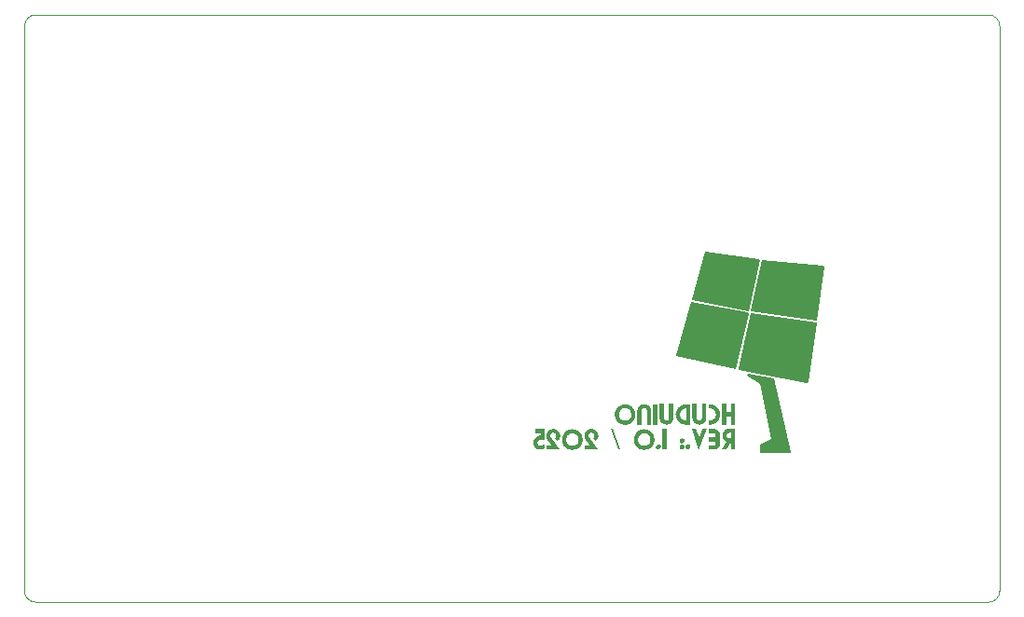
<source format=gbo>
G04*
G04 #@! TF.GenerationSoftware,Altium Limited,Altium Designer,24.5.2 (23)*
G04*
G04 Layer_Color=3707366*
%FSLAX25Y25*%
%MOIN*%
G70*
G04*
G04 #@! TF.SameCoordinates,2965B117-A723-4B34-A477-EC79056530B1*
G04*
G04*
G04 #@! TF.FilePolarity,Positive*
G04*
G01*
G75*
%ADD20C,0.00100*%
G36*
X1190463Y694624D02*
X1190753Y694217D01*
X1187010Y675950D01*
X1166905Y679839D01*
X1166638Y680262D01*
X1171036Y697157D01*
X1190463Y694624D01*
D02*
G37*
G36*
X1213555Y692390D02*
X1213865Y691998D01*
X1211057Y672590D01*
X1187973Y675774D01*
X1187685Y676183D01*
X1191520Y694369D01*
X1213555Y692390D01*
D02*
G37*
G36*
X1186502Y675450D02*
X1186775Y675032D01*
X1182321Y655383D01*
X1160951Y659853D01*
X1160695Y660283D01*
X1166325Y679293D01*
X1186502Y675450D01*
D02*
G37*
G36*
X1211039Y671907D02*
X1208074Y650410D01*
X1207666Y650121D01*
X1183317Y655019D01*
X1183045Y655439D01*
X1187532Y675157D01*
X1211039Y671907D01*
D02*
G37*
G36*
X1195903Y651763D02*
X1201721Y625578D01*
X1201409Y625188D01*
X1190981D01*
Y628141D01*
X1194918Y630109D01*
X1190981Y649794D01*
X1186060Y652747D01*
Y653337D01*
X1186447Y653654D01*
X1195903Y651763D01*
D02*
G37*
G36*
X1181963Y635377D02*
X1180400D01*
Y638295D01*
X1178706D01*
Y635377D01*
X1177187D01*
Y642743D01*
X1178706D01*
Y639792D01*
X1180400D01*
Y642743D01*
X1181963D01*
Y635377D01*
D02*
G37*
G36*
X1171601Y637781D02*
X1171590Y637595D01*
X1171569Y637421D01*
X1171536Y637257D01*
X1171492Y637093D01*
X1171383Y636808D01*
X1171317Y636677D01*
X1171252Y636557D01*
X1171197Y636448D01*
X1171131Y636349D01*
X1171077Y636273D01*
X1171022Y636207D01*
X1170978Y636153D01*
X1170946Y636109D01*
X1170924Y636087D01*
X1170913Y636076D01*
X1170782Y635956D01*
X1170640Y635847D01*
X1170497Y635748D01*
X1170355Y635672D01*
X1170213Y635606D01*
X1170071Y635552D01*
X1169809Y635464D01*
X1169689Y635431D01*
X1169579Y635409D01*
X1169481Y635398D01*
X1169394Y635388D01*
X1169328Y635377D01*
X1169230D01*
X1169033Y635388D01*
X1168858Y635409D01*
X1168683Y635442D01*
X1168508Y635486D01*
X1168202Y635595D01*
X1168071Y635650D01*
X1167940Y635715D01*
X1167830Y635781D01*
X1167732Y635836D01*
X1167645Y635901D01*
X1167568Y635945D01*
X1167513Y635989D01*
X1167470Y636022D01*
X1167448Y636043D01*
X1167437Y636054D01*
X1167306Y636186D01*
X1167186Y636328D01*
X1167087Y636470D01*
X1167000Y636612D01*
X1166923Y636754D01*
X1166869Y636896D01*
X1166814Y637027D01*
X1166781Y637158D01*
X1166748Y637279D01*
X1166727Y637399D01*
X1166705Y637497D01*
X1166694Y637584D01*
X1166683Y637650D01*
Y637705D01*
Y637738D01*
Y637748D01*
Y642743D01*
X1168158D01*
Y637748D01*
X1168169Y637606D01*
X1168202Y637486D01*
X1168257Y637377D01*
X1168311Y637279D01*
X1168366Y637202D01*
X1168421Y637147D01*
X1168454Y637114D01*
X1168464Y637104D01*
X1168585Y637016D01*
X1168705Y636962D01*
X1168825Y636918D01*
X1168934Y636885D01*
X1169033Y636863D01*
X1169120Y636852D01*
X1169186D01*
X1169317Y636863D01*
X1169437Y636896D01*
X1169547Y636929D01*
X1169634Y636983D01*
X1169711Y637027D01*
X1169776Y637060D01*
X1169809Y637093D01*
X1169820Y637104D01*
X1169907Y637202D01*
X1169973Y637311D01*
X1170016Y637410D01*
X1170049Y637519D01*
X1170071Y637606D01*
X1170082Y637672D01*
Y637716D01*
Y637738D01*
Y642743D01*
X1171601D01*
Y637781D01*
D02*
G37*
G36*
X1159863D02*
X1159852Y637595D01*
X1159830Y637421D01*
X1159797Y637257D01*
X1159753Y637093D01*
X1159644Y636808D01*
X1159578Y636677D01*
X1159513Y636557D01*
X1159458Y636448D01*
X1159393Y636349D01*
X1159338Y636273D01*
X1159283Y636207D01*
X1159239Y636153D01*
X1159207Y636109D01*
X1159185Y636087D01*
X1159174Y636076D01*
X1159043Y635956D01*
X1158901Y635847D01*
X1158759Y635748D01*
X1158617Y635672D01*
X1158474Y635606D01*
X1158332Y635552D01*
X1158070Y635464D01*
X1157950Y635431D01*
X1157841Y635409D01*
X1157742Y635398D01*
X1157655Y635388D01*
X1157589Y635377D01*
X1157491D01*
X1157294Y635388D01*
X1157119Y635409D01*
X1156944Y635442D01*
X1156769Y635486D01*
X1156463Y635595D01*
X1156332Y635650D01*
X1156201Y635715D01*
X1156092Y635781D01*
X1155993Y635836D01*
X1155906Y635901D01*
X1155829Y635945D01*
X1155775Y635989D01*
X1155731Y636022D01*
X1155709Y636043D01*
X1155698Y636054D01*
X1155567Y636186D01*
X1155447Y636328D01*
X1155348Y636470D01*
X1155261Y636612D01*
X1155184Y636754D01*
X1155130Y636896D01*
X1155075Y637027D01*
X1155042Y637158D01*
X1155010Y637279D01*
X1154988Y637399D01*
X1154966Y637497D01*
X1154955Y637584D01*
X1154944Y637650D01*
Y637705D01*
Y637738D01*
Y637748D01*
Y642743D01*
X1156420D01*
Y637748D01*
X1156431Y637606D01*
X1156463Y637486D01*
X1156518Y637377D01*
X1156573Y637279D01*
X1156627Y637202D01*
X1156682Y637147D01*
X1156715Y637114D01*
X1156726Y637104D01*
X1156846Y637016D01*
X1156966Y636962D01*
X1157086Y636918D01*
X1157196Y636885D01*
X1157294Y636863D01*
X1157381Y636852D01*
X1157447D01*
X1157578Y636863D01*
X1157698Y636896D01*
X1157808Y636929D01*
X1157895Y636983D01*
X1157972Y637027D01*
X1158037Y637060D01*
X1158070Y637093D01*
X1158081Y637104D01*
X1158168Y637202D01*
X1158234Y637311D01*
X1158278Y637410D01*
X1158311Y637519D01*
X1158332Y637606D01*
X1158343Y637672D01*
Y637716D01*
Y637738D01*
Y642743D01*
X1159863D01*
Y637781D01*
D02*
G37*
G36*
X1173153Y642711D02*
X1173427Y642678D01*
X1173678Y642623D01*
X1173919Y642547D01*
X1174148Y642470D01*
X1174356Y642372D01*
X1174563Y642274D01*
X1174738Y642175D01*
X1174902Y642066D01*
X1175055Y641967D01*
X1175175Y641869D01*
X1175285Y641793D01*
X1175372Y641716D01*
X1175427Y641661D01*
X1175471Y641629D01*
X1175482Y641618D01*
X1175678Y641410D01*
X1175842Y641191D01*
X1175995Y640973D01*
X1176116Y640754D01*
X1176225Y640536D01*
X1176312Y640317D01*
X1176389Y640109D01*
X1176443Y639913D01*
X1176498Y639727D01*
X1176531Y639552D01*
X1176553Y639399D01*
X1176564Y639268D01*
X1176575Y639158D01*
X1176585Y639082D01*
Y639038D01*
Y639016D01*
X1176575Y638743D01*
X1176542Y638470D01*
X1176487Y638218D01*
X1176411Y637978D01*
X1176334Y637748D01*
X1176236Y637530D01*
X1176137Y637333D01*
X1176028Y637158D01*
X1175930Y636994D01*
X1175831Y636852D01*
X1175733Y636721D01*
X1175656Y636623D01*
X1175580Y636535D01*
X1175525Y636481D01*
X1175492Y636437D01*
X1175482Y636426D01*
X1175274Y636240D01*
X1175055Y636076D01*
X1174837Y635934D01*
X1174607Y635803D01*
X1174389Y635705D01*
X1174181Y635617D01*
X1173973Y635541D01*
X1173776Y635486D01*
X1173591Y635442D01*
X1173416Y635409D01*
X1173274Y635388D01*
X1173143Y635377D01*
X1173033Y635366D01*
X1172957Y635355D01*
X1172727D01*
X1172640Y635366D01*
X1172552Y635377D01*
X1172476Y635388D01*
X1172454D01*
Y636863D01*
X1172618Y636841D01*
X1172694D01*
X1172749Y636830D01*
X1172858D01*
X1173022Y636841D01*
X1173175Y636863D01*
X1173328Y636885D01*
X1173470Y636929D01*
X1173733Y637038D01*
X1173962Y637158D01*
X1174061Y637213D01*
X1174148Y637268D01*
X1174225Y637322D01*
X1174279Y637377D01*
X1174334Y637421D01*
X1174367Y637442D01*
X1174389Y637464D01*
X1174399Y637475D01*
X1174520Y637606D01*
X1174618Y637727D01*
X1174706Y637858D01*
X1174782Y638000D01*
X1174837Y638131D01*
X1174891Y638251D01*
X1174968Y638503D01*
X1175001Y638612D01*
X1175023Y638710D01*
X1175033Y638798D01*
X1175044Y638874D01*
X1175055Y638940D01*
Y638984D01*
Y639016D01*
Y639027D01*
X1175044Y639191D01*
X1175023Y639344D01*
X1174990Y639497D01*
X1174957Y639639D01*
X1174848Y639902D01*
X1174727Y640120D01*
X1174662Y640219D01*
X1174607Y640306D01*
X1174553Y640383D01*
X1174498Y640448D01*
X1174465Y640492D01*
X1174432Y640525D01*
X1174410Y640547D01*
X1174399Y640557D01*
X1174268Y640667D01*
X1174148Y640776D01*
X1174017Y640853D01*
X1173886Y640929D01*
X1173755Y640995D01*
X1173623Y641049D01*
X1173383Y641126D01*
X1173274Y641148D01*
X1173175Y641170D01*
X1173088Y641181D01*
X1173011Y641191D01*
X1172946Y641202D01*
X1172749D01*
X1172618Y641191D01*
X1172563D01*
X1172519Y641181D01*
X1172476D01*
Y642722D01*
X1172880D01*
X1173153Y642711D01*
D02*
G37*
G36*
X1165929Y635377D02*
X1164235D01*
X1163961Y635388D01*
X1163699Y635420D01*
X1163448Y635475D01*
X1163218Y635552D01*
X1162988Y635628D01*
X1162781Y635726D01*
X1162595Y635825D01*
X1162420Y635923D01*
X1162267Y636022D01*
X1162125Y636120D01*
X1162005Y636218D01*
X1161907Y636295D01*
X1161830Y636371D01*
X1161764Y636426D01*
X1161732Y636459D01*
X1161721Y636470D01*
X1161535Y636677D01*
X1161382Y636896D01*
X1161240Y637125D01*
X1161130Y637344D01*
X1161032Y637563D01*
X1160945Y637781D01*
X1160879Y637989D01*
X1160824Y638186D01*
X1160781Y638372D01*
X1160748Y638535D01*
X1160726Y638689D01*
X1160704Y638820D01*
Y638929D01*
X1160693Y639005D01*
Y639049D01*
Y639071D01*
X1160704Y639355D01*
X1160737Y639628D01*
X1160802Y639880D01*
X1160868Y640131D01*
X1160956Y640361D01*
X1161054Y640568D01*
X1161152Y640765D01*
X1161262Y640951D01*
X1161371Y641115D01*
X1161469Y641257D01*
X1161568Y641377D01*
X1161655Y641487D01*
X1161721Y641563D01*
X1161775Y641629D01*
X1161819Y641661D01*
X1161830Y641672D01*
X1162049Y641858D01*
X1162267Y642022D01*
X1162497Y642164D01*
X1162726Y642284D01*
X1162956Y642394D01*
X1163174Y642470D01*
X1163393Y642547D01*
X1163601Y642601D01*
X1163797Y642645D01*
X1163972Y642678D01*
X1164125Y642700D01*
X1164267Y642722D01*
X1164377D01*
X1164464Y642732D01*
X1165929D01*
Y635377D01*
D02*
G37*
G36*
X1149676Y642711D02*
X1149851Y642689D01*
X1150015Y642656D01*
X1150168Y642612D01*
X1150463Y642503D01*
X1150594Y642437D01*
X1150714Y642383D01*
X1150823Y642317D01*
X1150911Y642252D01*
X1150998Y642197D01*
X1151064Y642142D01*
X1151118Y642099D01*
X1151162Y642066D01*
X1151184Y642044D01*
X1151195Y642033D01*
X1151315Y641902D01*
X1151425Y641771D01*
X1151523Y641629D01*
X1151610Y641487D01*
X1151676Y641344D01*
X1151731Y641213D01*
X1151818Y640951D01*
X1151851Y640831D01*
X1151873Y640721D01*
X1151884Y640623D01*
X1151895Y640536D01*
X1151906Y640470D01*
Y640415D01*
Y640383D01*
Y640372D01*
Y635377D01*
X1150463D01*
Y640219D01*
X1150452Y640383D01*
X1150419Y640525D01*
X1150375Y640656D01*
X1150321Y640765D01*
X1150266Y640864D01*
X1150222Y640929D01*
X1150189Y640973D01*
X1150179Y640984D01*
X1150058Y641093D01*
X1149938Y641170D01*
X1149818Y641224D01*
X1149709Y641257D01*
X1149610Y641290D01*
X1149523Y641301D01*
X1149457D01*
X1149315Y641290D01*
X1149173Y641257D01*
X1149053Y641202D01*
X1148954Y641159D01*
X1148867Y641104D01*
X1148812Y641049D01*
X1148769Y641016D01*
X1148758Y641006D01*
X1148659Y640896D01*
X1148583Y640776D01*
X1148528Y640667D01*
X1148484Y640557D01*
X1148463Y640459D01*
X1148452Y640383D01*
Y640339D01*
Y640317D01*
Y635377D01*
X1146965D01*
Y640383D01*
X1146976Y640568D01*
X1146998Y640732D01*
X1147031Y640896D01*
X1147085Y641060D01*
X1147206Y641344D01*
X1147271Y641465D01*
X1147337Y641585D01*
X1147413Y641683D01*
X1147479Y641782D01*
X1147544Y641858D01*
X1147599Y641924D01*
X1147654Y641978D01*
X1147686Y642011D01*
X1147708Y642033D01*
X1147719Y642044D01*
X1147861Y642164D01*
X1148014Y642263D01*
X1148167Y642361D01*
X1148310Y642437D01*
X1148463Y642503D01*
X1148616Y642558D01*
X1148889Y642634D01*
X1149009Y642667D01*
X1149129Y642689D01*
X1149228Y642700D01*
X1149315Y642711D01*
X1149392Y642722D01*
X1149490D01*
X1149676Y642711D01*
D02*
G37*
G36*
X1154201Y635311D02*
X1152671Y635311D01*
Y642689D01*
X1154201Y642689D01*
Y635311D01*
D02*
G37*
G36*
X1142921Y642667D02*
X1143216Y642623D01*
X1143500Y642569D01*
X1143763Y642492D01*
X1144014Y642405D01*
X1144244Y642306D01*
X1144440Y642208D01*
X1144637Y642099D01*
X1144801Y641989D01*
X1144943Y641891D01*
X1145074Y641793D01*
X1145173Y641705D01*
X1145249Y641629D01*
X1145315Y641574D01*
X1145347Y641530D01*
X1145358Y641519D01*
X1145522Y641323D01*
X1145654Y641115D01*
X1145774Y640907D01*
X1145883Y640689D01*
X1145971Y640481D01*
X1146047Y640273D01*
X1146102Y640066D01*
X1146156Y639880D01*
X1146189Y639694D01*
X1146222Y639530D01*
X1146233Y639377D01*
X1146255Y639257D01*
Y639148D01*
X1146266Y639071D01*
Y639027D01*
Y639005D01*
X1146255Y638732D01*
X1146222Y638459D01*
X1146178Y638207D01*
X1146124Y637967D01*
X1146058Y637748D01*
X1145981Y637541D01*
X1145894Y637344D01*
X1145807Y637169D01*
X1145730Y637005D01*
X1145643Y636863D01*
X1145566Y636743D01*
X1145500Y636645D01*
X1145446Y636568D01*
X1145402Y636502D01*
X1145369Y636470D01*
X1145358Y636459D01*
X1145162Y636262D01*
X1144943Y636076D01*
X1144724Y635923D01*
X1144495Y635792D01*
X1144265Y635683D01*
X1144036Y635595D01*
X1143817Y635519D01*
X1143599Y635453D01*
X1143391Y635409D01*
X1143205Y635377D01*
X1143041Y635344D01*
X1142888Y635333D01*
X1142768Y635322D01*
X1142681Y635311D01*
X1142604D01*
X1142287Y635322D01*
X1141981Y635366D01*
X1141697Y635420D01*
X1141435Y635486D01*
X1141183Y635573D01*
X1140965Y635672D01*
X1140757Y635781D01*
X1140560Y635890D01*
X1140396Y635989D01*
X1140254Y636098D01*
X1140123Y636196D01*
X1140025Y636284D01*
X1139948Y636349D01*
X1139882Y636415D01*
X1139850Y636448D01*
X1139839Y636459D01*
X1139675Y636656D01*
X1139533Y636863D01*
X1139412Y637082D01*
X1139303Y637289D01*
X1139216Y637508D01*
X1139139Y637716D01*
X1139074Y637912D01*
X1139030Y638109D01*
X1138986Y638295D01*
X1138953Y638459D01*
X1138943Y638612D01*
X1138921Y638732D01*
Y638841D01*
X1138910Y638918D01*
Y638962D01*
Y638984D01*
X1138921Y639257D01*
X1138953Y639519D01*
X1138997Y639771D01*
X1139052Y640011D01*
X1139128Y640230D01*
X1139205Y640437D01*
X1139292Y640634D01*
X1139369Y640809D01*
X1139456Y640973D01*
X1139544Y641104D01*
X1139620Y641235D01*
X1139697Y641333D01*
X1139751Y641410D01*
X1139795Y641476D01*
X1139828Y641508D01*
X1139839Y641519D01*
X1140036Y641727D01*
X1140254Y641902D01*
X1140473Y642055D01*
X1140702Y642186D01*
X1140932Y642306D01*
X1141161Y642394D01*
X1141391Y642470D01*
X1141609Y642536D01*
X1141806Y642580D01*
X1142003Y642612D01*
X1142167Y642645D01*
X1142320Y642656D01*
X1142440Y642667D01*
X1142528Y642678D01*
X1142604D01*
X1142921Y642667D01*
D02*
G37*
G36*
X1169022Y626364D02*
X1166453Y633785D01*
X1167973D01*
X1169098Y630506D01*
X1170279Y633785D01*
X1171809D01*
X1169022Y626364D01*
D02*
G37*
G36*
X1113760Y630025D02*
X1113661Y630036D01*
X1113585D01*
X1113519Y630047D01*
X1113388D01*
X1113268Y630058D01*
X1113159Y630069D01*
X1113060D01*
X1112973Y630080D01*
X1112634D01*
X1112568Y630069D01*
X1112503D01*
X1112459Y630058D01*
X1112426D01*
X1112405Y630047D01*
X1112393D01*
X1112230Y630014D01*
X1112088Y629960D01*
X1111956Y629905D01*
X1111847Y629850D01*
X1111760Y629796D01*
X1111705Y629752D01*
X1111661Y629719D01*
X1111650Y629708D01*
X1111552Y629599D01*
X1111475Y629490D01*
X1111421Y629381D01*
X1111377Y629271D01*
X1111344Y629173D01*
X1111322Y629096D01*
X1111312Y629042D01*
Y629020D01*
X1111300Y628998D01*
Y628965D01*
Y628932D01*
Y628921D01*
X1111312Y628757D01*
X1111355Y628593D01*
X1111410Y628462D01*
X1111465Y628342D01*
X1111530Y628244D01*
X1111585Y628178D01*
X1111628Y628124D01*
X1111639Y628113D01*
X1111771Y628003D01*
X1111902Y627916D01*
X1112033Y627861D01*
X1112164Y627817D01*
X1112262Y627796D01*
X1112350Y627785D01*
X1112405Y627774D01*
X1112426D01*
X1112558Y627785D01*
X1112689Y627807D01*
X1112809Y627839D01*
X1112918Y627883D01*
X1113017Y627927D01*
X1113093Y627960D01*
X1113137Y627981D01*
X1113159Y627992D01*
X1113235Y628036D01*
X1113334Y628091D01*
X1113519Y628189D01*
X1113607Y628233D01*
X1113672Y628266D01*
X1113716Y628287D01*
X1113738Y628298D01*
Y626845D01*
X1113640Y626790D01*
X1113552Y626746D01*
X1113486Y626714D01*
X1113432Y626681D01*
X1113377Y626659D01*
X1113344Y626637D01*
X1113334Y626626D01*
X1113323D01*
X1113148Y626560D01*
X1112984Y626517D01*
X1112831Y626484D01*
X1112700Y626462D01*
X1112590Y626451D01*
X1112503Y626440D01*
X1112426D01*
X1112109Y626462D01*
X1111956Y626473D01*
X1111825Y626495D01*
X1111716Y626517D01*
X1111639Y626528D01*
X1111585Y626550D01*
X1111563D01*
X1111410Y626604D01*
X1111268Y626659D01*
X1111137Y626724D01*
X1111027Y626790D01*
X1110940Y626845D01*
X1110874Y626888D01*
X1110831Y626921D01*
X1110820Y626932D01*
X1110634Y627096D01*
X1110481Y627260D01*
X1110339Y627413D01*
X1110229Y627555D01*
X1110153Y627675D01*
X1110087Y627763D01*
X1110054Y627828D01*
X1110044Y627850D01*
X1109956Y628047D01*
X1109902Y628244D01*
X1109858Y628430D01*
X1109825Y628604D01*
X1109803Y628757D01*
X1109792Y628878D01*
Y628921D01*
Y628954D01*
Y628976D01*
Y628987D01*
X1109803Y629140D01*
X1109825Y629293D01*
X1109858Y629435D01*
X1109891Y629566D01*
X1109934Y629686D01*
X1109967Y629774D01*
X1109989Y629829D01*
X1110000Y629850D01*
X1110098Y630047D01*
X1110219Y630233D01*
X1110339Y630397D01*
X1110459Y630539D01*
X1110568Y630659D01*
X1110656Y630736D01*
X1110710Y630790D01*
X1110721Y630812D01*
X1110732D01*
X1110918Y630954D01*
X1111115Y631075D01*
X1111290Y631173D01*
X1111454Y631250D01*
X1111585Y631304D01*
X1111694Y631348D01*
X1111738Y631359D01*
X1111771D01*
X1111782Y631370D01*
X1111792D01*
X1112000Y631413D01*
X1112109Y631424D01*
X1112197D01*
X1112284Y631435D01*
X1112415D01*
Y632332D01*
X1110393D01*
Y633807D01*
X1113760D01*
Y630025D01*
D02*
G37*
G36*
X1130909Y633807D02*
X1131051Y633796D01*
X1131182Y633774D01*
X1131302Y633742D01*
X1131412Y633709D01*
X1131488Y633687D01*
X1131532Y633676D01*
X1131554Y633665D01*
X1131696Y633599D01*
X1131816Y633534D01*
X1131925Y633468D01*
X1132013Y633403D01*
X1132078Y633348D01*
X1132133Y633304D01*
X1132166Y633272D01*
X1132177Y633261D01*
X1132264Y633162D01*
X1132363Y633053D01*
X1132450Y632933D01*
X1132537Y632823D01*
X1132614Y632714D01*
X1132669Y632627D01*
X1132712Y632572D01*
X1132723Y632561D01*
Y632550D01*
X1132833Y632342D01*
X1132920Y632135D01*
X1132975Y631938D01*
X1133018Y631763D01*
X1133040Y631621D01*
X1133051Y631501D01*
X1133062Y631457D01*
Y631424D01*
Y631413D01*
Y631402D01*
X1133051Y631195D01*
X1133018Y630987D01*
X1132964Y630801D01*
X1132909Y630626D01*
X1132854Y630484D01*
X1132800Y630375D01*
X1132789Y630331D01*
X1132767Y630299D01*
X1132756Y630288D01*
Y630277D01*
X1132712Y630211D01*
X1132658Y630135D01*
X1132516Y629982D01*
X1132461Y629905D01*
X1132406Y629861D01*
X1132363Y629818D01*
X1132352Y629807D01*
X1132330Y629785D01*
X1132297Y629752D01*
X1132221Y629676D01*
X1132155Y629610D01*
X1132133Y629599D01*
X1132122Y629588D01*
X1131259Y630419D01*
X1131346Y630550D01*
X1131412Y630637D01*
X1131444Y630692D01*
X1131456Y630714D01*
X1131510Y630823D01*
X1131543Y630933D01*
X1131576Y631042D01*
X1131587Y631140D01*
X1131598Y631217D01*
X1131608Y631282D01*
Y631326D01*
Y631337D01*
X1131598Y631435D01*
X1131587Y631534D01*
X1131576Y631599D01*
Y631610D01*
Y631621D01*
X1131543Y631730D01*
X1131521Y631807D01*
X1131499Y631862D01*
X1131488Y631883D01*
X1131434Y631993D01*
X1131368Y632080D01*
X1131302Y632157D01*
X1131248Y632222D01*
X1131193Y632266D01*
X1131149Y632299D01*
X1131128Y632310D01*
X1131117Y632321D01*
X1131029Y632364D01*
X1130931Y632408D01*
X1130843Y632430D01*
X1130756Y632441D01*
X1130690Y632452D01*
X1130636Y632463D01*
X1130483D01*
X1130461Y632452D01*
X1130450D01*
X1130363Y632441D01*
X1130330Y632430D01*
X1130319D01*
X1130209Y632397D01*
X1130111Y632342D01*
X1130013Y632288D01*
X1129936Y632222D01*
X1129871Y632157D01*
X1129816Y632102D01*
X1129783Y632058D01*
X1129772Y632047D01*
X1129685Y631927D01*
X1129619Y631807D01*
X1129576Y631698D01*
X1129543Y631599D01*
X1129521Y631512D01*
X1129510Y631446D01*
Y631402D01*
Y631392D01*
X1129521Y631271D01*
X1129554Y631173D01*
X1129586Y631107D01*
X1129597Y631097D01*
Y631085D01*
X1132723Y626440D01*
X1128198D01*
Y627916D01*
X1130089D01*
X1129947Y628058D01*
X1129805Y628222D01*
X1129674Y628386D01*
X1129554Y628550D01*
X1129455Y628692D01*
X1129368Y628801D01*
X1129346Y628845D01*
X1129324Y628878D01*
X1129302Y628899D01*
Y628910D01*
X1129149Y629096D01*
X1128996Y629293D01*
X1128865Y629490D01*
X1128734Y629676D01*
X1128636Y629850D01*
X1128592Y629916D01*
X1128548Y629982D01*
X1128526Y630036D01*
X1128504Y630069D01*
X1128483Y630091D01*
Y630102D01*
X1128395Y630255D01*
X1128329Y630375D01*
X1128286Y630463D01*
X1128242Y630517D01*
X1128231Y630561D01*
X1128209Y630583D01*
Y630594D01*
X1128155Y630725D01*
X1128111Y630845D01*
X1128089Y630954D01*
X1128067Y631053D01*
X1128056Y631140D01*
X1128045Y631206D01*
Y631250D01*
Y631260D01*
Y631413D01*
X1128056Y631566D01*
X1128078Y631687D01*
X1128089Y631807D01*
X1128111Y631894D01*
X1128133Y631960D01*
X1128144Y632004D01*
Y632015D01*
X1128187Y632135D01*
X1128242Y632266D01*
X1128297Y632386D01*
X1128351Y632495D01*
X1128406Y632594D01*
X1128450Y632670D01*
X1128483Y632714D01*
X1128493Y632736D01*
X1128625Y632911D01*
X1128756Y633064D01*
X1128887Y633184D01*
X1129007Y633293D01*
X1129117Y633370D01*
X1129204Y633435D01*
X1129259Y633468D01*
X1129280Y633479D01*
X1129455Y633567D01*
X1129652Y633643D01*
X1129838Y633698D01*
X1130024Y633752D01*
X1130177Y633785D01*
X1130308Y633807D01*
X1130352D01*
X1130384Y633818D01*
X1130756D01*
X1130909Y633807D01*
D02*
G37*
G36*
X1117279D02*
X1117421Y633796D01*
X1117552Y633774D01*
X1117673Y633742D01*
X1117782Y633709D01*
X1117859Y633687D01*
X1117902Y633676D01*
X1117924Y633665D01*
X1118066Y633599D01*
X1118186Y633534D01*
X1118296Y633468D01*
X1118383Y633403D01*
X1118449Y633348D01*
X1118503Y633304D01*
X1118536Y633272D01*
X1118547Y633261D01*
X1118635Y633162D01*
X1118733Y633053D01*
X1118820Y632933D01*
X1118908Y632823D01*
X1118984Y632714D01*
X1119039Y632627D01*
X1119083Y632572D01*
X1119094Y632561D01*
Y632550D01*
X1119203Y632342D01*
X1119290Y632135D01*
X1119345Y631938D01*
X1119389Y631763D01*
X1119411Y631621D01*
X1119421Y631501D01*
X1119433Y631457D01*
Y631424D01*
Y631413D01*
Y631402D01*
X1119421Y631195D01*
X1119389Y630987D01*
X1119334Y630801D01*
X1119279Y630626D01*
X1119225Y630484D01*
X1119170Y630375D01*
X1119159Y630331D01*
X1119137Y630299D01*
X1119126Y630288D01*
Y630277D01*
X1119083Y630211D01*
X1119028Y630135D01*
X1118886Y629982D01*
X1118831Y629905D01*
X1118777Y629861D01*
X1118733Y629818D01*
X1118722Y629807D01*
X1118700Y629785D01*
X1118667Y629752D01*
X1118591Y629676D01*
X1118525Y629610D01*
X1118503Y629599D01*
X1118493Y629588D01*
X1117629Y630419D01*
X1117717Y630550D01*
X1117782Y630637D01*
X1117815Y630692D01*
X1117826Y630714D01*
X1117880Y630823D01*
X1117913Y630933D01*
X1117946Y631042D01*
X1117957Y631140D01*
X1117968Y631217D01*
X1117979Y631282D01*
Y631326D01*
Y631337D01*
X1117968Y631435D01*
X1117957Y631534D01*
X1117946Y631599D01*
Y631610D01*
Y631621D01*
X1117913Y631730D01*
X1117891Y631807D01*
X1117869Y631862D01*
X1117859Y631883D01*
X1117804Y631993D01*
X1117738Y632080D01*
X1117673Y632157D01*
X1117618Y632222D01*
X1117563Y632266D01*
X1117520Y632299D01*
X1117498Y632310D01*
X1117487Y632321D01*
X1117400Y632364D01*
X1117301Y632408D01*
X1117214Y632430D01*
X1117126Y632441D01*
X1117061Y632452D01*
X1117006Y632463D01*
X1116853D01*
X1116831Y632452D01*
X1116820D01*
X1116733Y632441D01*
X1116700Y632430D01*
X1116689D01*
X1116580Y632397D01*
X1116481Y632342D01*
X1116383Y632288D01*
X1116306Y632222D01*
X1116241Y632157D01*
X1116186Y632102D01*
X1116154Y632058D01*
X1116142Y632047D01*
X1116055Y631927D01*
X1115989Y631807D01*
X1115946Y631698D01*
X1115913Y631599D01*
X1115891Y631512D01*
X1115880Y631446D01*
Y631402D01*
Y631392D01*
X1115891Y631271D01*
X1115924Y631173D01*
X1115957Y631107D01*
X1115968Y631097D01*
Y631085D01*
X1119094Y626440D01*
X1114569D01*
Y627916D01*
X1116459D01*
X1116317Y628058D01*
X1116175Y628222D01*
X1116044Y628386D01*
X1115924Y628550D01*
X1115826Y628692D01*
X1115738Y628801D01*
X1115716Y628845D01*
X1115694Y628878D01*
X1115673Y628899D01*
Y628910D01*
X1115520Y629096D01*
X1115366Y629293D01*
X1115235Y629490D01*
X1115104Y629676D01*
X1115006Y629850D01*
X1114962Y629916D01*
X1114918Y629982D01*
X1114896Y630036D01*
X1114875Y630069D01*
X1114853Y630091D01*
Y630102D01*
X1114765Y630255D01*
X1114700Y630375D01*
X1114656Y630463D01*
X1114612Y630517D01*
X1114601Y630561D01*
X1114580Y630583D01*
Y630594D01*
X1114525Y630725D01*
X1114481Y630845D01*
X1114459Y630954D01*
X1114437Y631053D01*
X1114427Y631140D01*
X1114416Y631206D01*
Y631250D01*
Y631260D01*
Y631413D01*
X1114427Y631566D01*
X1114448Y631687D01*
X1114459Y631807D01*
X1114481Y631894D01*
X1114503Y631960D01*
X1114514Y632004D01*
Y632015D01*
X1114558Y632135D01*
X1114612Y632266D01*
X1114667Y632386D01*
X1114722Y632495D01*
X1114776Y632594D01*
X1114820Y632670D01*
X1114853Y632714D01*
X1114864Y632736D01*
X1114995Y632911D01*
X1115126Y633064D01*
X1115257Y633184D01*
X1115377Y633293D01*
X1115487Y633370D01*
X1115574Y633435D01*
X1115629Y633468D01*
X1115651Y633479D01*
X1115826Y633567D01*
X1116022Y633643D01*
X1116208Y633698D01*
X1116394Y633752D01*
X1116547Y633785D01*
X1116678Y633807D01*
X1116722D01*
X1116755Y633818D01*
X1117126D01*
X1117279Y633807D01*
D02*
G37*
G36*
X1163153Y630463D02*
X1163262Y630441D01*
X1163371Y630397D01*
X1163459Y630364D01*
X1163524Y630320D01*
X1163579Y630277D01*
X1163612Y630255D01*
X1163622Y630244D01*
X1163699Y630157D01*
X1163765Y630058D01*
X1163808Y629949D01*
X1163830Y629850D01*
X1163852Y629763D01*
X1163863Y629686D01*
Y629643D01*
Y629621D01*
X1163841Y629457D01*
X1163797Y629315D01*
X1163721Y629184D01*
X1163633Y629085D01*
X1163557Y628998D01*
X1163480Y628932D01*
X1163437Y628889D01*
X1163415Y628878D01*
X1163349Y628801D01*
X1163273Y628747D01*
X1163185Y628714D01*
X1163098Y628692D01*
X1163021Y628670D01*
X1162956Y628659D01*
X1162890D01*
X1162759Y628670D01*
X1162650Y628692D01*
X1162551Y628725D01*
X1162453Y628768D01*
X1162387Y628812D01*
X1162333Y628845D01*
X1162300Y628867D01*
X1162289Y628878D01*
X1162202Y628965D01*
X1162147Y629064D01*
X1162103Y629173D01*
X1162070Y629271D01*
X1162049Y629359D01*
X1162038Y629435D01*
Y629479D01*
Y629501D01*
X1162059Y629654D01*
X1162114Y629807D01*
X1162180Y629927D01*
X1162267Y630036D01*
X1162355Y630124D01*
X1162420Y630189D01*
X1162475Y630233D01*
X1162497Y630244D01*
X1162562Y630320D01*
X1162639Y630375D01*
X1162726Y630419D01*
X1162814Y630441D01*
X1162901Y630463D01*
X1162967Y630474D01*
X1163032D01*
X1163153Y630463D01*
D02*
G37*
G36*
X1165317Y628320D02*
X1165426Y628298D01*
X1165535Y628255D01*
X1165623Y628222D01*
X1165688Y628178D01*
X1165743Y628134D01*
X1165776Y628113D01*
X1165787Y628102D01*
X1165863Y628014D01*
X1165929Y627916D01*
X1165972Y627807D01*
X1165994Y627708D01*
X1166016Y627621D01*
X1166027Y627544D01*
Y627500D01*
Y627479D01*
X1166005Y627315D01*
X1165961Y627173D01*
X1165885Y627041D01*
X1165798Y626943D01*
X1165721Y626856D01*
X1165644Y626790D01*
X1165601Y626746D01*
X1165579Y626735D01*
X1165513Y626659D01*
X1165437Y626604D01*
X1165349Y626572D01*
X1165262Y626550D01*
X1165185Y626528D01*
X1165120Y626517D01*
X1165054D01*
X1164923Y626528D01*
X1164814Y626550D01*
X1164715Y626582D01*
X1164617Y626626D01*
X1164552Y626670D01*
X1164497Y626703D01*
X1164464Y626724D01*
X1164453Y626735D01*
X1164366Y626823D01*
X1164311Y626921D01*
X1164267Y627031D01*
X1164235Y627129D01*
X1164213Y627216D01*
X1164202Y627293D01*
Y627337D01*
Y627358D01*
X1164224Y627511D01*
X1164278Y627665D01*
X1164344Y627785D01*
X1164431Y627894D01*
X1164519Y627981D01*
X1164584Y628047D01*
X1164639Y628091D01*
X1164661Y628102D01*
X1164726Y628178D01*
X1164803Y628233D01*
X1164890Y628276D01*
X1164978Y628298D01*
X1165065Y628320D01*
X1165131Y628331D01*
X1165196D01*
X1165317Y628320D01*
D02*
G37*
G36*
X1163153D02*
X1163262Y628298D01*
X1163371Y628255D01*
X1163459Y628222D01*
X1163524Y628178D01*
X1163579Y628134D01*
X1163612Y628113D01*
X1163622Y628102D01*
X1163699Y628014D01*
X1163765Y627916D01*
X1163808Y627807D01*
X1163830Y627708D01*
X1163852Y627621D01*
X1163863Y627544D01*
Y627500D01*
Y627479D01*
X1163841Y627315D01*
X1163797Y627173D01*
X1163721Y627041D01*
X1163633Y626943D01*
X1163557Y626856D01*
X1163480Y626790D01*
X1163437Y626746D01*
X1163415Y626735D01*
X1163349Y626659D01*
X1163273Y626604D01*
X1163185Y626572D01*
X1163098Y626550D01*
X1163021Y626528D01*
X1162956Y626517D01*
X1162890D01*
X1162759Y626528D01*
X1162650Y626550D01*
X1162551Y626582D01*
X1162453Y626626D01*
X1162387Y626670D01*
X1162333Y626703D01*
X1162300Y626724D01*
X1162289Y626735D01*
X1162202Y626823D01*
X1162147Y626921D01*
X1162103Y627031D01*
X1162070Y627129D01*
X1162049Y627216D01*
X1162038Y627293D01*
Y627337D01*
Y627358D01*
X1162059Y627511D01*
X1162114Y627665D01*
X1162180Y627785D01*
X1162267Y627894D01*
X1162355Y627981D01*
X1162420Y628047D01*
X1162475Y628091D01*
X1162497Y628102D01*
X1162562Y628178D01*
X1162639Y628233D01*
X1162726Y628276D01*
X1162814Y628298D01*
X1162901Y628320D01*
X1162967Y628331D01*
X1163032D01*
X1163153Y628320D01*
D02*
G37*
G36*
X1154714D02*
X1154824Y628298D01*
X1154933Y628255D01*
X1155021Y628222D01*
X1155086Y628178D01*
X1155141Y628134D01*
X1155174Y628113D01*
X1155184Y628102D01*
X1155261Y628014D01*
X1155327Y627916D01*
X1155370Y627807D01*
X1155392Y627708D01*
X1155414Y627621D01*
X1155425Y627544D01*
Y627500D01*
Y627479D01*
X1155403Y627315D01*
X1155359Y627173D01*
X1155283Y627041D01*
X1155195Y626943D01*
X1155119Y626856D01*
X1155042Y626790D01*
X1154999Y626746D01*
X1154977Y626735D01*
X1154911Y626659D01*
X1154835Y626604D01*
X1154747Y626572D01*
X1154660Y626550D01*
X1154583Y626528D01*
X1154518Y626517D01*
X1154452D01*
X1154321Y626528D01*
X1154212Y626550D01*
X1154113Y626582D01*
X1154015Y626626D01*
X1153949Y626670D01*
X1153895Y626703D01*
X1153862Y626724D01*
X1153851Y626735D01*
X1153764Y626823D01*
X1153709Y626921D01*
X1153665Y627031D01*
X1153632Y627129D01*
X1153611Y627216D01*
X1153600Y627293D01*
Y627337D01*
Y627358D01*
X1153621Y627511D01*
X1153676Y627665D01*
X1153742Y627785D01*
X1153829Y627894D01*
X1153917Y627981D01*
X1153982Y628047D01*
X1154037Y628091D01*
X1154059Y628102D01*
X1154124Y628178D01*
X1154201Y628233D01*
X1154288Y628276D01*
X1154376Y628298D01*
X1154463Y628320D01*
X1154529Y628331D01*
X1154594D01*
X1154714Y628320D01*
D02*
G37*
G36*
X1181963Y626462D02*
X1180476D01*
Y629162D01*
X1178870Y626462D01*
X1177154D01*
X1178913Y629359D01*
X1178662Y629457D01*
X1178433Y629566D01*
X1178236Y629697D01*
X1178083Y629840D01*
X1177952Y629960D01*
X1177853Y630058D01*
X1177820Y630102D01*
X1177799Y630135D01*
X1177777Y630146D01*
Y630157D01*
X1177635Y630386D01*
X1177525Y630626D01*
X1177449Y630867D01*
X1177405Y631085D01*
X1177372Y631271D01*
X1177361Y631359D01*
Y631424D01*
X1177351Y631490D01*
Y631534D01*
Y631556D01*
Y631566D01*
X1177361Y631709D01*
X1177372Y631851D01*
X1177449Y632124D01*
X1177536Y632375D01*
X1177646Y632594D01*
X1177766Y632780D01*
X1177810Y632856D01*
X1177853Y632922D01*
X1177897Y632976D01*
X1177930Y633009D01*
X1177941Y633031D01*
X1177952Y633042D01*
X1178083Y633184D01*
X1178214Y633304D01*
X1178356Y633414D01*
X1178487Y633501D01*
X1178629Y633578D01*
X1178771Y633643D01*
X1178903Y633698D01*
X1179023Y633742D01*
X1179143Y633774D01*
X1179252Y633796D01*
X1179351Y633818D01*
X1179438Y633829D01*
X1179504Y633840D01*
X1181963D01*
Y626462D01*
D02*
G37*
G36*
X1157436Y626440D02*
X1155960D01*
Y633807D01*
X1157436D01*
Y626440D01*
D02*
G37*
G36*
X1138090Y633796D02*
X1140779Y626440D01*
X1140232Y626451D01*
X1137543Y633807D01*
X1138090Y633796D01*
D02*
G37*
G36*
X1174793Y633763D02*
X1174924Y633752D01*
X1175044Y633720D01*
X1175143Y633698D01*
X1175219Y633665D01*
X1175274Y633632D01*
X1175318Y633621D01*
X1175329Y633610D01*
X1175449Y633545D01*
X1175569Y633468D01*
X1175678Y633392D01*
X1175777Y633315D01*
X1175853Y633239D01*
X1175919Y633184D01*
X1175962Y633140D01*
X1175973Y633129D01*
X1176072Y633009D01*
X1176159Y632900D01*
X1176236Y632802D01*
X1176301Y632703D01*
X1176345Y632627D01*
X1176378Y632572D01*
X1176389Y632528D01*
X1176400Y632517D01*
X1176443Y632408D01*
X1176476Y632288D01*
X1176498Y632168D01*
X1176509Y632058D01*
X1176520Y631960D01*
X1176531Y631883D01*
Y631840D01*
Y631818D01*
Y628473D01*
X1176520Y628320D01*
X1176509Y628189D01*
X1176487Y628058D01*
X1176465Y627949D01*
X1176443Y627861D01*
X1176422Y627796D01*
X1176400Y627752D01*
Y627741D01*
X1176345Y627632D01*
X1176279Y627511D01*
X1176203Y627413D01*
X1176137Y627315D01*
X1176072Y627238D01*
X1176017Y627173D01*
X1175984Y627129D01*
X1175973Y627118D01*
X1175842Y626987D01*
X1175700Y626867D01*
X1175580Y626768D01*
X1175471Y626703D01*
X1175372Y626637D01*
X1175296Y626604D01*
X1175252Y626582D01*
X1175230Y626572D01*
X1175077Y626517D01*
X1174913Y626484D01*
X1174760Y626451D01*
X1174607Y626440D01*
X1174476Y626429D01*
X1174367Y626418D01*
X1172476D01*
Y627894D01*
X1174509D01*
X1174596Y627905D01*
X1174673Y627927D01*
X1174738Y627949D01*
X1174804Y627992D01*
X1174848Y628025D01*
X1174880Y628047D01*
X1174902Y628069D01*
X1174913Y628080D01*
X1174957Y628156D01*
X1174990Y628211D01*
X1175012Y628255D01*
Y628266D01*
Y628309D01*
X1175023Y628353D01*
Y628462D01*
Y628506D01*
Y628550D01*
Y628572D01*
Y628583D01*
Y629381D01*
X1172498D01*
Y630801D01*
X1175023D01*
Y631719D01*
X1175012Y631807D01*
X1175001Y631883D01*
X1174968Y631949D01*
X1174935Y632015D01*
X1174913Y632058D01*
X1174880Y632091D01*
X1174869Y632113D01*
X1174858Y632124D01*
X1174793Y632190D01*
X1174716Y632222D01*
X1174673Y632244D01*
X1174651Y632255D01*
X1174553Y632277D01*
X1174454Y632299D01*
X1172476D01*
Y633774D01*
X1174640D01*
X1174793Y633763D01*
D02*
G37*
G36*
X1149752Y633731D02*
X1150047Y633687D01*
X1150332Y633632D01*
X1150594Y633556D01*
X1150845Y633468D01*
X1151075Y633370D01*
X1151272Y633272D01*
X1151468Y633162D01*
X1151632Y633053D01*
X1151774Y632955D01*
X1151906Y632856D01*
X1152004Y632769D01*
X1152080Y632692D01*
X1152146Y632638D01*
X1152179Y632594D01*
X1152190Y632583D01*
X1152354Y632386D01*
X1152485Y632178D01*
X1152605Y631971D01*
X1152714Y631752D01*
X1152802Y631545D01*
X1152878Y631337D01*
X1152933Y631129D01*
X1152988Y630943D01*
X1153020Y630758D01*
X1153053Y630594D01*
X1153064Y630441D01*
X1153086Y630320D01*
Y630211D01*
X1153097Y630135D01*
Y630091D01*
Y630069D01*
X1153086Y629796D01*
X1153053Y629523D01*
X1153009Y629271D01*
X1152955Y629031D01*
X1152889Y628812D01*
X1152813Y628604D01*
X1152725Y628408D01*
X1152638Y628233D01*
X1152561Y628069D01*
X1152474Y627927D01*
X1152397Y627807D01*
X1152332Y627708D01*
X1152277Y627632D01*
X1152233Y627566D01*
X1152201Y627533D01*
X1152190Y627522D01*
X1151993Y627326D01*
X1151774Y627140D01*
X1151556Y626987D01*
X1151326Y626856D01*
X1151097Y626746D01*
X1150867Y626659D01*
X1150649Y626582D01*
X1150430Y626517D01*
X1150222Y626473D01*
X1150037Y626440D01*
X1149872Y626407D01*
X1149720Y626397D01*
X1149599Y626386D01*
X1149512Y626375D01*
X1149435D01*
X1149118Y626386D01*
X1148812Y626429D01*
X1148528Y626484D01*
X1148266Y626550D01*
X1148014Y626637D01*
X1147796Y626735D01*
X1147588Y626845D01*
X1147391Y626954D01*
X1147227Y627052D01*
X1147085Y627162D01*
X1146954Y627260D01*
X1146856Y627348D01*
X1146779Y627413D01*
X1146714Y627479D01*
X1146681Y627511D01*
X1146670Y627522D01*
X1146506Y627719D01*
X1146364Y627927D01*
X1146244Y628145D01*
X1146134Y628353D01*
X1146047Y628572D01*
X1145971Y628779D01*
X1145905Y628976D01*
X1145861Y629173D01*
X1145817Y629359D01*
X1145785Y629523D01*
X1145774Y629676D01*
X1145752Y629796D01*
Y629905D01*
X1145741Y629982D01*
Y630025D01*
Y630047D01*
X1145752Y630320D01*
X1145785Y630583D01*
X1145828Y630834D01*
X1145883Y631075D01*
X1145960Y631293D01*
X1146036Y631501D01*
X1146124Y631698D01*
X1146200Y631873D01*
X1146288Y632036D01*
X1146375Y632168D01*
X1146451Y632299D01*
X1146528Y632397D01*
X1146583Y632474D01*
X1146626Y632539D01*
X1146659Y632572D01*
X1146670Y632583D01*
X1146867Y632791D01*
X1147085Y632966D01*
X1147304Y633118D01*
X1147534Y633250D01*
X1147763Y633370D01*
X1147993Y633457D01*
X1148222Y633534D01*
X1148441Y633599D01*
X1148637Y633643D01*
X1148834Y633676D01*
X1148998Y633709D01*
X1149151Y633720D01*
X1149271Y633731D01*
X1149359Y633742D01*
X1149435D01*
X1149752Y633731D01*
D02*
G37*
G36*
X1124078D02*
X1124373Y633687D01*
X1124657Y633632D01*
X1124919Y633556D01*
X1125171Y633468D01*
X1125400Y633370D01*
X1125597Y633272D01*
X1125794Y633162D01*
X1125958Y633053D01*
X1126100Y632955D01*
X1126231Y632856D01*
X1126329Y632769D01*
X1126406Y632692D01*
X1126471Y632638D01*
X1126504Y632594D01*
X1126515Y632583D01*
X1126679Y632386D01*
X1126810Y632178D01*
X1126931Y631971D01*
X1127040Y631752D01*
X1127127Y631545D01*
X1127204Y631337D01*
X1127258Y631129D01*
X1127313Y630943D01*
X1127346Y630758D01*
X1127379Y630594D01*
X1127390Y630441D01*
X1127411Y630320D01*
Y630211D01*
X1127422Y630135D01*
Y630091D01*
Y630069D01*
X1127411Y629796D01*
X1127379Y629523D01*
X1127335Y629271D01*
X1127280Y629031D01*
X1127215Y628812D01*
X1127138Y628604D01*
X1127051Y628408D01*
X1126963Y628233D01*
X1126887Y628069D01*
X1126799Y627927D01*
X1126723Y627807D01*
X1126657Y627708D01*
X1126602Y627632D01*
X1126559Y627566D01*
X1126526Y627533D01*
X1126515Y627522D01*
X1126318Y627326D01*
X1126100Y627140D01*
X1125881Y626987D01*
X1125652Y626856D01*
X1125422Y626746D01*
X1125193Y626659D01*
X1124974Y626582D01*
X1124755Y626517D01*
X1124548Y626473D01*
X1124362Y626440D01*
X1124198Y626407D01*
X1124045Y626397D01*
X1123925Y626386D01*
X1123837Y626375D01*
X1123761D01*
X1123444Y626386D01*
X1123138Y626429D01*
X1122854Y626484D01*
X1122591Y626550D01*
X1122340Y626637D01*
X1122121Y626735D01*
X1121914Y626845D01*
X1121717Y626954D01*
X1121553Y627052D01*
X1121411Y627162D01*
X1121280Y627260D01*
X1121181Y627348D01*
X1121105Y627413D01*
X1121039Y627479D01*
X1121006Y627511D01*
X1120996Y627522D01*
X1120831Y627719D01*
X1120689Y627927D01*
X1120569Y628145D01*
X1120460Y628353D01*
X1120372Y628572D01*
X1120296Y628779D01*
X1120230Y628976D01*
X1120187Y629173D01*
X1120143Y629359D01*
X1120110Y629523D01*
X1120099Y629676D01*
X1120077Y629796D01*
Y629905D01*
X1120066Y629982D01*
Y630025D01*
Y630047D01*
X1120077Y630320D01*
X1120110Y630583D01*
X1120154Y630834D01*
X1120208Y631075D01*
X1120285Y631293D01*
X1120362Y631501D01*
X1120449Y631698D01*
X1120525Y631873D01*
X1120613Y632036D01*
X1120700Y632168D01*
X1120777Y632299D01*
X1120853Y632397D01*
X1120908Y632474D01*
X1120952Y632539D01*
X1120984Y632572D01*
X1120996Y632583D01*
X1121192Y632791D01*
X1121411Y632966D01*
X1121629Y633118D01*
X1121859Y633250D01*
X1122089Y633370D01*
X1122318Y633457D01*
X1122548Y633534D01*
X1122766Y633599D01*
X1122963Y633643D01*
X1123160Y633676D01*
X1123324Y633709D01*
X1123477Y633720D01*
X1123597Y633731D01*
X1123684Y633742D01*
X1123761D01*
X1124078Y633731D01*
D02*
G37*
%LPC*%
G36*
X1164431Y641221D02*
X1164322Y641213D01*
X1164169Y641191D01*
X1164016Y641159D01*
X1163874Y641126D01*
X1163601Y641016D01*
X1163360Y640896D01*
X1163251Y640831D01*
X1163153Y640765D01*
X1163076Y640710D01*
X1163000Y640667D01*
X1162945Y640623D01*
X1162901Y640590D01*
X1162879Y640568D01*
X1162868Y640557D01*
X1162759Y640448D01*
X1162650Y640339D01*
X1162573Y640219D01*
X1162497Y640098D01*
X1162431Y639967D01*
X1162376Y639847D01*
X1162300Y639617D01*
X1162256Y639410D01*
X1162245Y639322D01*
X1162234Y639246D01*
X1162223Y639180D01*
Y639137D01*
Y639104D01*
Y639093D01*
X1162245Y638798D01*
X1162289Y638535D01*
X1162366Y638295D01*
X1162442Y638098D01*
X1162529Y637934D01*
X1162562Y637869D01*
X1162606Y637814D01*
X1162628Y637770D01*
X1162650Y637738D01*
X1162672Y637727D01*
Y637716D01*
X1162814Y637563D01*
X1162967Y637431D01*
X1163120Y637322D01*
X1163273Y637224D01*
X1163404Y637147D01*
X1163513Y637093D01*
X1163557Y637071D01*
X1163590Y637060D01*
X1163601Y637049D01*
X1163612D01*
X1163776Y636994D01*
X1163918Y636951D01*
X1164049Y636929D01*
X1164158Y636907D01*
X1164256Y636896D01*
X1164322Y636885D01*
X1164388D01*
X1164409Y636874D01*
X1164420Y636863D01*
X1164431Y636841D01*
Y641221D01*
D02*
G37*
G36*
X1142768Y641301D02*
X1142670D01*
X1142473Y641290D01*
X1142287Y641268D01*
X1142112Y641235D01*
X1141948Y641191D01*
X1141795Y641137D01*
X1141664Y641071D01*
X1141533Y641006D01*
X1141413Y640940D01*
X1141314Y640874D01*
X1141216Y640809D01*
X1141140Y640743D01*
X1141085Y640689D01*
X1141030Y640645D01*
X1140997Y640612D01*
X1140975Y640590D01*
X1140965Y640579D01*
X1140866Y640459D01*
X1140779Y640328D01*
X1140702Y640197D01*
X1140637Y640066D01*
X1140538Y639803D01*
X1140462Y639552D01*
X1140440Y639443D01*
X1140429Y639344D01*
X1140418Y639246D01*
X1140407Y639169D01*
X1140396Y639104D01*
Y639060D01*
Y639027D01*
Y639016D01*
X1140407Y638852D01*
X1140418Y638688D01*
X1140484Y638382D01*
X1140571Y638120D01*
X1140680Y637901D01*
X1140735Y637803D01*
X1140790Y637716D01*
X1140833Y637639D01*
X1140877Y637574D01*
X1140910Y637530D01*
X1140943Y637497D01*
X1140954Y637475D01*
X1140965Y637464D01*
X1141085Y637344D01*
X1141205Y637246D01*
X1141336Y637147D01*
X1141478Y637071D01*
X1141620Y637005D01*
X1141751Y636951D01*
X1142025Y636874D01*
X1142145Y636841D01*
X1142254Y636819D01*
X1142364Y636808D01*
X1142451Y636798D01*
X1142528Y636787D01*
X1142626D01*
X1142823Y636798D01*
X1142998Y636819D01*
X1143172Y636852D01*
X1143336Y636896D01*
X1143489Y636951D01*
X1143621Y637016D01*
X1143752Y637071D01*
X1143861Y637147D01*
X1143970Y637213D01*
X1144058Y637267D01*
X1144134Y637333D01*
X1144200Y637388D01*
X1144244Y637431D01*
X1144276Y637464D01*
X1144298Y637486D01*
X1144309Y637497D01*
X1144407Y637617D01*
X1144495Y637748D01*
X1144571Y637880D01*
X1144626Y638011D01*
X1144735Y638284D01*
X1144801Y638524D01*
X1144823Y638645D01*
X1144834Y638743D01*
X1144845Y638841D01*
X1144856Y638918D01*
X1144867Y638984D01*
Y639027D01*
Y639060D01*
Y639071D01*
X1144856Y639235D01*
X1144845Y639399D01*
X1144779Y639694D01*
X1144692Y639956D01*
X1144593Y640186D01*
X1144539Y640273D01*
X1144495Y640361D01*
X1144451Y640426D01*
X1144407Y640492D01*
X1144375Y640536D01*
X1144342Y640568D01*
X1144331Y640590D01*
X1144320Y640601D01*
X1144200Y640721D01*
X1144069Y640831D01*
X1143937Y640929D01*
X1143806Y641006D01*
X1143664Y641071D01*
X1143533Y641126D01*
X1143260Y641213D01*
X1143140Y641246D01*
X1143030Y641268D01*
X1142932Y641279D01*
X1142844Y641290D01*
X1142768Y641301D01*
D02*
G37*
G36*
X1180476Y632430D02*
X1180302D01*
X1180072Y632419D01*
X1179963Y632408D01*
X1179864D01*
X1179777Y632397D01*
X1179711Y632386D01*
X1179657Y632375D01*
X1179646D01*
X1179526Y632353D01*
X1179416Y632310D01*
X1179318Y632255D01*
X1179230Y632200D01*
X1179165Y632146D01*
X1179121Y632102D01*
X1179088Y632069D01*
X1179078Y632058D01*
X1179001Y631960D01*
X1178946Y631873D01*
X1178913Y631785D01*
X1178892Y631709D01*
X1178881Y631643D01*
Y631599D01*
Y631566D01*
Y631556D01*
X1178892Y631468D01*
X1178903Y631392D01*
X1178913Y631337D01*
Y631293D01*
X1178924Y631260D01*
Y631239D01*
Y631228D01*
X1178957Y631129D01*
X1179012Y631042D01*
X1179045Y630987D01*
X1179066Y630976D01*
Y630965D01*
X1179154Y630878D01*
X1179241Y630812D01*
X1179307Y630769D01*
X1179329Y630758D01*
X1179340D01*
X1179482Y630714D01*
X1179624Y630692D01*
X1179679Y630681D01*
X1179930D01*
X1179996Y630670D01*
X1180017D01*
X1180116Y630659D01*
X1180367D01*
X1180433Y630670D01*
X1180476D01*
Y632430D01*
D02*
G37*
G36*
X1149599Y632288D02*
X1149501D01*
X1149304Y632277D01*
X1149118Y632255D01*
X1148944Y632222D01*
X1148779Y632178D01*
X1148627Y632124D01*
X1148495Y632058D01*
X1148364Y631993D01*
X1148244Y631927D01*
X1148146Y631862D01*
X1148047Y631796D01*
X1147971Y631730D01*
X1147916Y631676D01*
X1147861Y631632D01*
X1147829Y631599D01*
X1147807Y631577D01*
X1147796Y631566D01*
X1147698Y631446D01*
X1147610Y631315D01*
X1147534Y631184D01*
X1147468Y631053D01*
X1147369Y630790D01*
X1147293Y630539D01*
X1147271Y630430D01*
X1147260Y630331D01*
X1147249Y630233D01*
X1147238Y630157D01*
X1147227Y630091D01*
Y630047D01*
Y630014D01*
Y630003D01*
X1147238Y629840D01*
X1147249Y629676D01*
X1147315Y629369D01*
X1147402Y629107D01*
X1147512Y628889D01*
X1147566Y628790D01*
X1147621Y628703D01*
X1147665Y628626D01*
X1147708Y628561D01*
X1147741Y628517D01*
X1147774Y628484D01*
X1147785Y628462D01*
X1147796Y628451D01*
X1147916Y628331D01*
X1148036Y628233D01*
X1148167Y628134D01*
X1148310Y628058D01*
X1148452Y627992D01*
X1148583Y627938D01*
X1148856Y627861D01*
X1148976Y627828D01*
X1149086Y627807D01*
X1149195Y627796D01*
X1149282Y627785D01*
X1149359Y627774D01*
X1149457D01*
X1149654Y627785D01*
X1149829Y627807D01*
X1150004Y627839D01*
X1150168Y627883D01*
X1150321Y627938D01*
X1150452Y628003D01*
X1150583Y628058D01*
X1150692Y628134D01*
X1150802Y628200D01*
X1150889Y628255D01*
X1150965Y628320D01*
X1151031Y628375D01*
X1151075Y628419D01*
X1151108Y628451D01*
X1151130Y628473D01*
X1151140Y628484D01*
X1151239Y628604D01*
X1151326Y628736D01*
X1151403Y628867D01*
X1151457Y628998D01*
X1151567Y629271D01*
X1151632Y629512D01*
X1151654Y629632D01*
X1151665Y629730D01*
X1151676Y629829D01*
X1151687Y629905D01*
X1151698Y629971D01*
Y630014D01*
Y630047D01*
Y630058D01*
X1151687Y630222D01*
X1151676Y630386D01*
X1151610Y630681D01*
X1151523Y630943D01*
X1151425Y631173D01*
X1151370Y631260D01*
X1151326Y631348D01*
X1151283Y631413D01*
X1151239Y631479D01*
X1151206Y631523D01*
X1151173Y631556D01*
X1151162Y631577D01*
X1151151Y631588D01*
X1151031Y631708D01*
X1150900Y631818D01*
X1150769Y631916D01*
X1150638Y631993D01*
X1150496Y632058D01*
X1150364Y632113D01*
X1150091Y632200D01*
X1149971Y632233D01*
X1149862Y632255D01*
X1149763Y632266D01*
X1149676Y632277D01*
X1149599Y632288D01*
D02*
G37*
G36*
X1123925D02*
X1123826D01*
X1123630Y632277D01*
X1123444Y632255D01*
X1123269Y632222D01*
X1123105Y632178D01*
X1122952Y632124D01*
X1122821Y632058D01*
X1122690Y631993D01*
X1122569Y631927D01*
X1122471Y631862D01*
X1122373Y631796D01*
X1122296Y631730D01*
X1122241Y631676D01*
X1122187Y631632D01*
X1122154Y631599D01*
X1122132Y631577D01*
X1122121Y631566D01*
X1122023Y631446D01*
X1121935Y631315D01*
X1121859Y631184D01*
X1121793Y631053D01*
X1121695Y630790D01*
X1121618Y630539D01*
X1121597Y630430D01*
X1121586Y630331D01*
X1121575Y630233D01*
X1121564Y630157D01*
X1121553Y630091D01*
Y630047D01*
Y630014D01*
Y630003D01*
X1121564Y629840D01*
X1121575Y629676D01*
X1121640Y629369D01*
X1121728Y629107D01*
X1121837Y628889D01*
X1121892Y628790D01*
X1121946Y628703D01*
X1121990Y628626D01*
X1122034Y628561D01*
X1122067Y628517D01*
X1122099Y628484D01*
X1122110Y628462D01*
X1122121Y628451D01*
X1122241Y628331D01*
X1122362Y628233D01*
X1122493Y628134D01*
X1122635Y628058D01*
X1122777Y627992D01*
X1122908Y627938D01*
X1123182Y627861D01*
X1123302Y627828D01*
X1123411Y627807D01*
X1123520Y627796D01*
X1123608Y627785D01*
X1123684Y627774D01*
X1123783D01*
X1123979Y627785D01*
X1124154Y627807D01*
X1124329Y627839D01*
X1124493Y627883D01*
X1124646Y627938D01*
X1124777Y628003D01*
X1124908Y628058D01*
X1125018Y628134D01*
X1125127Y628200D01*
X1125214Y628255D01*
X1125291Y628320D01*
X1125356Y628375D01*
X1125400Y628419D01*
X1125433Y628451D01*
X1125455Y628473D01*
X1125466Y628484D01*
X1125564Y628604D01*
X1125652Y628736D01*
X1125728Y628867D01*
X1125783Y628998D01*
X1125892Y629271D01*
X1125958Y629512D01*
X1125980Y629632D01*
X1125990Y629730D01*
X1126001Y629829D01*
X1126012Y629905D01*
X1126023Y629971D01*
Y630014D01*
Y630047D01*
Y630058D01*
X1126012Y630222D01*
X1126001Y630386D01*
X1125936Y630681D01*
X1125848Y630943D01*
X1125750Y631173D01*
X1125695Y631260D01*
X1125652Y631348D01*
X1125608Y631413D01*
X1125564Y631479D01*
X1125531Y631523D01*
X1125499Y631556D01*
X1125488Y631577D01*
X1125477Y631588D01*
X1125356Y631708D01*
X1125225Y631818D01*
X1125094Y631916D01*
X1124963Y631993D01*
X1124821Y632058D01*
X1124690Y632113D01*
X1124417Y632200D01*
X1124296Y632233D01*
X1124187Y632255D01*
X1124089Y632266D01*
X1124001Y632277D01*
X1123925Y632288D01*
D02*
G37*
%LPD*%
D20*
X1276514Y777976D02*
G03*
X1272514Y781876I-3950J-50D01*
G01*
X1272614Y571876D02*
G03*
X1276514Y575876I-50J3950D01*
G01*
X927963Y575876D02*
G03*
X931963Y571876I4000J0D01*
G01*
Y781876D02*
G03*
X927963Y777976I-50J-3950D01*
G01*
X1276514Y575876D02*
Y777976D01*
X1181963Y781876D02*
X1272514D01*
X931963D02*
X1181963D01*
X931963Y571876D02*
X1272614D01*
X927963Y575876D02*
Y777976D01*
M02*

</source>
